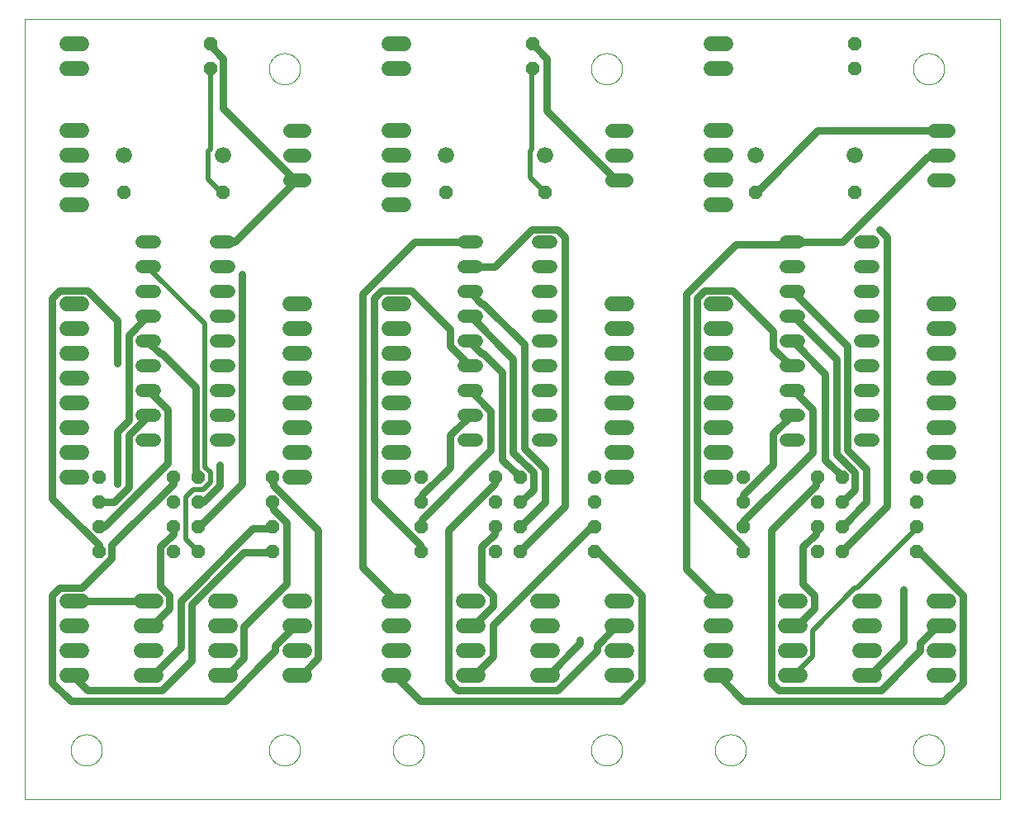
<source format=gbl>
G75*
%MOIN*%
%OFA0B0*%
%FSLAX25Y25*%
%IPPOS*%
%LPD*%
%AMOC8*
5,1,8,0,0,1.08239X$1,22.5*
%
%ADD10C,0.00000*%
%ADD11C,0.06600*%
%ADD12C,0.06000*%
%ADD13OC8,0.05200*%
%ADD14C,0.05200*%
%ADD15C,0.05600*%
%ADD16C,0.02000*%
%ADD17C,0.03000*%
%ADD18C,0.02381*%
D10*
X0001000Y0003000D02*
X0001000Y0317961D01*
X0394701Y0317961D01*
X0394701Y0003000D01*
X0001000Y0003000D01*
X0019701Y0023000D02*
X0019703Y0023158D01*
X0019709Y0023316D01*
X0019719Y0023474D01*
X0019733Y0023632D01*
X0019751Y0023789D01*
X0019772Y0023946D01*
X0019798Y0024102D01*
X0019828Y0024258D01*
X0019861Y0024413D01*
X0019899Y0024566D01*
X0019940Y0024719D01*
X0019985Y0024871D01*
X0020034Y0025022D01*
X0020087Y0025171D01*
X0020143Y0025319D01*
X0020203Y0025465D01*
X0020267Y0025610D01*
X0020335Y0025753D01*
X0020406Y0025895D01*
X0020480Y0026035D01*
X0020558Y0026172D01*
X0020640Y0026308D01*
X0020724Y0026442D01*
X0020813Y0026573D01*
X0020904Y0026702D01*
X0020999Y0026829D01*
X0021096Y0026954D01*
X0021197Y0027076D01*
X0021301Y0027195D01*
X0021408Y0027312D01*
X0021518Y0027426D01*
X0021631Y0027537D01*
X0021746Y0027646D01*
X0021864Y0027751D01*
X0021985Y0027853D01*
X0022108Y0027953D01*
X0022234Y0028049D01*
X0022362Y0028142D01*
X0022492Y0028232D01*
X0022625Y0028318D01*
X0022760Y0028402D01*
X0022896Y0028481D01*
X0023035Y0028558D01*
X0023176Y0028630D01*
X0023318Y0028700D01*
X0023462Y0028765D01*
X0023608Y0028827D01*
X0023755Y0028885D01*
X0023904Y0028940D01*
X0024054Y0028991D01*
X0024205Y0029038D01*
X0024357Y0029081D01*
X0024510Y0029120D01*
X0024665Y0029156D01*
X0024820Y0029187D01*
X0024976Y0029215D01*
X0025132Y0029239D01*
X0025289Y0029259D01*
X0025447Y0029275D01*
X0025604Y0029287D01*
X0025763Y0029295D01*
X0025921Y0029299D01*
X0026079Y0029299D01*
X0026237Y0029295D01*
X0026396Y0029287D01*
X0026553Y0029275D01*
X0026711Y0029259D01*
X0026868Y0029239D01*
X0027024Y0029215D01*
X0027180Y0029187D01*
X0027335Y0029156D01*
X0027490Y0029120D01*
X0027643Y0029081D01*
X0027795Y0029038D01*
X0027946Y0028991D01*
X0028096Y0028940D01*
X0028245Y0028885D01*
X0028392Y0028827D01*
X0028538Y0028765D01*
X0028682Y0028700D01*
X0028824Y0028630D01*
X0028965Y0028558D01*
X0029104Y0028481D01*
X0029240Y0028402D01*
X0029375Y0028318D01*
X0029508Y0028232D01*
X0029638Y0028142D01*
X0029766Y0028049D01*
X0029892Y0027953D01*
X0030015Y0027853D01*
X0030136Y0027751D01*
X0030254Y0027646D01*
X0030369Y0027537D01*
X0030482Y0027426D01*
X0030592Y0027312D01*
X0030699Y0027195D01*
X0030803Y0027076D01*
X0030904Y0026954D01*
X0031001Y0026829D01*
X0031096Y0026702D01*
X0031187Y0026573D01*
X0031276Y0026442D01*
X0031360Y0026308D01*
X0031442Y0026172D01*
X0031520Y0026035D01*
X0031594Y0025895D01*
X0031665Y0025753D01*
X0031733Y0025610D01*
X0031797Y0025465D01*
X0031857Y0025319D01*
X0031913Y0025171D01*
X0031966Y0025022D01*
X0032015Y0024871D01*
X0032060Y0024719D01*
X0032101Y0024566D01*
X0032139Y0024413D01*
X0032172Y0024258D01*
X0032202Y0024102D01*
X0032228Y0023946D01*
X0032249Y0023789D01*
X0032267Y0023632D01*
X0032281Y0023474D01*
X0032291Y0023316D01*
X0032297Y0023158D01*
X0032299Y0023000D01*
X0032297Y0022842D01*
X0032291Y0022684D01*
X0032281Y0022526D01*
X0032267Y0022368D01*
X0032249Y0022211D01*
X0032228Y0022054D01*
X0032202Y0021898D01*
X0032172Y0021742D01*
X0032139Y0021587D01*
X0032101Y0021434D01*
X0032060Y0021281D01*
X0032015Y0021129D01*
X0031966Y0020978D01*
X0031913Y0020829D01*
X0031857Y0020681D01*
X0031797Y0020535D01*
X0031733Y0020390D01*
X0031665Y0020247D01*
X0031594Y0020105D01*
X0031520Y0019965D01*
X0031442Y0019828D01*
X0031360Y0019692D01*
X0031276Y0019558D01*
X0031187Y0019427D01*
X0031096Y0019298D01*
X0031001Y0019171D01*
X0030904Y0019046D01*
X0030803Y0018924D01*
X0030699Y0018805D01*
X0030592Y0018688D01*
X0030482Y0018574D01*
X0030369Y0018463D01*
X0030254Y0018354D01*
X0030136Y0018249D01*
X0030015Y0018147D01*
X0029892Y0018047D01*
X0029766Y0017951D01*
X0029638Y0017858D01*
X0029508Y0017768D01*
X0029375Y0017682D01*
X0029240Y0017598D01*
X0029104Y0017519D01*
X0028965Y0017442D01*
X0028824Y0017370D01*
X0028682Y0017300D01*
X0028538Y0017235D01*
X0028392Y0017173D01*
X0028245Y0017115D01*
X0028096Y0017060D01*
X0027946Y0017009D01*
X0027795Y0016962D01*
X0027643Y0016919D01*
X0027490Y0016880D01*
X0027335Y0016844D01*
X0027180Y0016813D01*
X0027024Y0016785D01*
X0026868Y0016761D01*
X0026711Y0016741D01*
X0026553Y0016725D01*
X0026396Y0016713D01*
X0026237Y0016705D01*
X0026079Y0016701D01*
X0025921Y0016701D01*
X0025763Y0016705D01*
X0025604Y0016713D01*
X0025447Y0016725D01*
X0025289Y0016741D01*
X0025132Y0016761D01*
X0024976Y0016785D01*
X0024820Y0016813D01*
X0024665Y0016844D01*
X0024510Y0016880D01*
X0024357Y0016919D01*
X0024205Y0016962D01*
X0024054Y0017009D01*
X0023904Y0017060D01*
X0023755Y0017115D01*
X0023608Y0017173D01*
X0023462Y0017235D01*
X0023318Y0017300D01*
X0023176Y0017370D01*
X0023035Y0017442D01*
X0022896Y0017519D01*
X0022760Y0017598D01*
X0022625Y0017682D01*
X0022492Y0017768D01*
X0022362Y0017858D01*
X0022234Y0017951D01*
X0022108Y0018047D01*
X0021985Y0018147D01*
X0021864Y0018249D01*
X0021746Y0018354D01*
X0021631Y0018463D01*
X0021518Y0018574D01*
X0021408Y0018688D01*
X0021301Y0018805D01*
X0021197Y0018924D01*
X0021096Y0019046D01*
X0020999Y0019171D01*
X0020904Y0019298D01*
X0020813Y0019427D01*
X0020724Y0019558D01*
X0020640Y0019692D01*
X0020558Y0019828D01*
X0020480Y0019965D01*
X0020406Y0020105D01*
X0020335Y0020247D01*
X0020267Y0020390D01*
X0020203Y0020535D01*
X0020143Y0020681D01*
X0020087Y0020829D01*
X0020034Y0020978D01*
X0019985Y0021129D01*
X0019940Y0021281D01*
X0019899Y0021434D01*
X0019861Y0021587D01*
X0019828Y0021742D01*
X0019798Y0021898D01*
X0019772Y0022054D01*
X0019751Y0022211D01*
X0019733Y0022368D01*
X0019719Y0022526D01*
X0019709Y0022684D01*
X0019703Y0022842D01*
X0019701Y0023000D01*
X0099701Y0023000D02*
X0099703Y0023158D01*
X0099709Y0023316D01*
X0099719Y0023474D01*
X0099733Y0023632D01*
X0099751Y0023789D01*
X0099772Y0023946D01*
X0099798Y0024102D01*
X0099828Y0024258D01*
X0099861Y0024413D01*
X0099899Y0024566D01*
X0099940Y0024719D01*
X0099985Y0024871D01*
X0100034Y0025022D01*
X0100087Y0025171D01*
X0100143Y0025319D01*
X0100203Y0025465D01*
X0100267Y0025610D01*
X0100335Y0025753D01*
X0100406Y0025895D01*
X0100480Y0026035D01*
X0100558Y0026172D01*
X0100640Y0026308D01*
X0100724Y0026442D01*
X0100813Y0026573D01*
X0100904Y0026702D01*
X0100999Y0026829D01*
X0101096Y0026954D01*
X0101197Y0027076D01*
X0101301Y0027195D01*
X0101408Y0027312D01*
X0101518Y0027426D01*
X0101631Y0027537D01*
X0101746Y0027646D01*
X0101864Y0027751D01*
X0101985Y0027853D01*
X0102108Y0027953D01*
X0102234Y0028049D01*
X0102362Y0028142D01*
X0102492Y0028232D01*
X0102625Y0028318D01*
X0102760Y0028402D01*
X0102896Y0028481D01*
X0103035Y0028558D01*
X0103176Y0028630D01*
X0103318Y0028700D01*
X0103462Y0028765D01*
X0103608Y0028827D01*
X0103755Y0028885D01*
X0103904Y0028940D01*
X0104054Y0028991D01*
X0104205Y0029038D01*
X0104357Y0029081D01*
X0104510Y0029120D01*
X0104665Y0029156D01*
X0104820Y0029187D01*
X0104976Y0029215D01*
X0105132Y0029239D01*
X0105289Y0029259D01*
X0105447Y0029275D01*
X0105604Y0029287D01*
X0105763Y0029295D01*
X0105921Y0029299D01*
X0106079Y0029299D01*
X0106237Y0029295D01*
X0106396Y0029287D01*
X0106553Y0029275D01*
X0106711Y0029259D01*
X0106868Y0029239D01*
X0107024Y0029215D01*
X0107180Y0029187D01*
X0107335Y0029156D01*
X0107490Y0029120D01*
X0107643Y0029081D01*
X0107795Y0029038D01*
X0107946Y0028991D01*
X0108096Y0028940D01*
X0108245Y0028885D01*
X0108392Y0028827D01*
X0108538Y0028765D01*
X0108682Y0028700D01*
X0108824Y0028630D01*
X0108965Y0028558D01*
X0109104Y0028481D01*
X0109240Y0028402D01*
X0109375Y0028318D01*
X0109508Y0028232D01*
X0109638Y0028142D01*
X0109766Y0028049D01*
X0109892Y0027953D01*
X0110015Y0027853D01*
X0110136Y0027751D01*
X0110254Y0027646D01*
X0110369Y0027537D01*
X0110482Y0027426D01*
X0110592Y0027312D01*
X0110699Y0027195D01*
X0110803Y0027076D01*
X0110904Y0026954D01*
X0111001Y0026829D01*
X0111096Y0026702D01*
X0111187Y0026573D01*
X0111276Y0026442D01*
X0111360Y0026308D01*
X0111442Y0026172D01*
X0111520Y0026035D01*
X0111594Y0025895D01*
X0111665Y0025753D01*
X0111733Y0025610D01*
X0111797Y0025465D01*
X0111857Y0025319D01*
X0111913Y0025171D01*
X0111966Y0025022D01*
X0112015Y0024871D01*
X0112060Y0024719D01*
X0112101Y0024566D01*
X0112139Y0024413D01*
X0112172Y0024258D01*
X0112202Y0024102D01*
X0112228Y0023946D01*
X0112249Y0023789D01*
X0112267Y0023632D01*
X0112281Y0023474D01*
X0112291Y0023316D01*
X0112297Y0023158D01*
X0112299Y0023000D01*
X0112297Y0022842D01*
X0112291Y0022684D01*
X0112281Y0022526D01*
X0112267Y0022368D01*
X0112249Y0022211D01*
X0112228Y0022054D01*
X0112202Y0021898D01*
X0112172Y0021742D01*
X0112139Y0021587D01*
X0112101Y0021434D01*
X0112060Y0021281D01*
X0112015Y0021129D01*
X0111966Y0020978D01*
X0111913Y0020829D01*
X0111857Y0020681D01*
X0111797Y0020535D01*
X0111733Y0020390D01*
X0111665Y0020247D01*
X0111594Y0020105D01*
X0111520Y0019965D01*
X0111442Y0019828D01*
X0111360Y0019692D01*
X0111276Y0019558D01*
X0111187Y0019427D01*
X0111096Y0019298D01*
X0111001Y0019171D01*
X0110904Y0019046D01*
X0110803Y0018924D01*
X0110699Y0018805D01*
X0110592Y0018688D01*
X0110482Y0018574D01*
X0110369Y0018463D01*
X0110254Y0018354D01*
X0110136Y0018249D01*
X0110015Y0018147D01*
X0109892Y0018047D01*
X0109766Y0017951D01*
X0109638Y0017858D01*
X0109508Y0017768D01*
X0109375Y0017682D01*
X0109240Y0017598D01*
X0109104Y0017519D01*
X0108965Y0017442D01*
X0108824Y0017370D01*
X0108682Y0017300D01*
X0108538Y0017235D01*
X0108392Y0017173D01*
X0108245Y0017115D01*
X0108096Y0017060D01*
X0107946Y0017009D01*
X0107795Y0016962D01*
X0107643Y0016919D01*
X0107490Y0016880D01*
X0107335Y0016844D01*
X0107180Y0016813D01*
X0107024Y0016785D01*
X0106868Y0016761D01*
X0106711Y0016741D01*
X0106553Y0016725D01*
X0106396Y0016713D01*
X0106237Y0016705D01*
X0106079Y0016701D01*
X0105921Y0016701D01*
X0105763Y0016705D01*
X0105604Y0016713D01*
X0105447Y0016725D01*
X0105289Y0016741D01*
X0105132Y0016761D01*
X0104976Y0016785D01*
X0104820Y0016813D01*
X0104665Y0016844D01*
X0104510Y0016880D01*
X0104357Y0016919D01*
X0104205Y0016962D01*
X0104054Y0017009D01*
X0103904Y0017060D01*
X0103755Y0017115D01*
X0103608Y0017173D01*
X0103462Y0017235D01*
X0103318Y0017300D01*
X0103176Y0017370D01*
X0103035Y0017442D01*
X0102896Y0017519D01*
X0102760Y0017598D01*
X0102625Y0017682D01*
X0102492Y0017768D01*
X0102362Y0017858D01*
X0102234Y0017951D01*
X0102108Y0018047D01*
X0101985Y0018147D01*
X0101864Y0018249D01*
X0101746Y0018354D01*
X0101631Y0018463D01*
X0101518Y0018574D01*
X0101408Y0018688D01*
X0101301Y0018805D01*
X0101197Y0018924D01*
X0101096Y0019046D01*
X0100999Y0019171D01*
X0100904Y0019298D01*
X0100813Y0019427D01*
X0100724Y0019558D01*
X0100640Y0019692D01*
X0100558Y0019828D01*
X0100480Y0019965D01*
X0100406Y0020105D01*
X0100335Y0020247D01*
X0100267Y0020390D01*
X0100203Y0020535D01*
X0100143Y0020681D01*
X0100087Y0020829D01*
X0100034Y0020978D01*
X0099985Y0021129D01*
X0099940Y0021281D01*
X0099899Y0021434D01*
X0099861Y0021587D01*
X0099828Y0021742D01*
X0099798Y0021898D01*
X0099772Y0022054D01*
X0099751Y0022211D01*
X0099733Y0022368D01*
X0099719Y0022526D01*
X0099709Y0022684D01*
X0099703Y0022842D01*
X0099701Y0023000D01*
X0149701Y0023000D02*
X0149703Y0023158D01*
X0149709Y0023316D01*
X0149719Y0023474D01*
X0149733Y0023632D01*
X0149751Y0023789D01*
X0149772Y0023946D01*
X0149798Y0024102D01*
X0149828Y0024258D01*
X0149861Y0024413D01*
X0149899Y0024566D01*
X0149940Y0024719D01*
X0149985Y0024871D01*
X0150034Y0025022D01*
X0150087Y0025171D01*
X0150143Y0025319D01*
X0150203Y0025465D01*
X0150267Y0025610D01*
X0150335Y0025753D01*
X0150406Y0025895D01*
X0150480Y0026035D01*
X0150558Y0026172D01*
X0150640Y0026308D01*
X0150724Y0026442D01*
X0150813Y0026573D01*
X0150904Y0026702D01*
X0150999Y0026829D01*
X0151096Y0026954D01*
X0151197Y0027076D01*
X0151301Y0027195D01*
X0151408Y0027312D01*
X0151518Y0027426D01*
X0151631Y0027537D01*
X0151746Y0027646D01*
X0151864Y0027751D01*
X0151985Y0027853D01*
X0152108Y0027953D01*
X0152234Y0028049D01*
X0152362Y0028142D01*
X0152492Y0028232D01*
X0152625Y0028318D01*
X0152760Y0028402D01*
X0152896Y0028481D01*
X0153035Y0028558D01*
X0153176Y0028630D01*
X0153318Y0028700D01*
X0153462Y0028765D01*
X0153608Y0028827D01*
X0153755Y0028885D01*
X0153904Y0028940D01*
X0154054Y0028991D01*
X0154205Y0029038D01*
X0154357Y0029081D01*
X0154510Y0029120D01*
X0154665Y0029156D01*
X0154820Y0029187D01*
X0154976Y0029215D01*
X0155132Y0029239D01*
X0155289Y0029259D01*
X0155447Y0029275D01*
X0155604Y0029287D01*
X0155763Y0029295D01*
X0155921Y0029299D01*
X0156079Y0029299D01*
X0156237Y0029295D01*
X0156396Y0029287D01*
X0156553Y0029275D01*
X0156711Y0029259D01*
X0156868Y0029239D01*
X0157024Y0029215D01*
X0157180Y0029187D01*
X0157335Y0029156D01*
X0157490Y0029120D01*
X0157643Y0029081D01*
X0157795Y0029038D01*
X0157946Y0028991D01*
X0158096Y0028940D01*
X0158245Y0028885D01*
X0158392Y0028827D01*
X0158538Y0028765D01*
X0158682Y0028700D01*
X0158824Y0028630D01*
X0158965Y0028558D01*
X0159104Y0028481D01*
X0159240Y0028402D01*
X0159375Y0028318D01*
X0159508Y0028232D01*
X0159638Y0028142D01*
X0159766Y0028049D01*
X0159892Y0027953D01*
X0160015Y0027853D01*
X0160136Y0027751D01*
X0160254Y0027646D01*
X0160369Y0027537D01*
X0160482Y0027426D01*
X0160592Y0027312D01*
X0160699Y0027195D01*
X0160803Y0027076D01*
X0160904Y0026954D01*
X0161001Y0026829D01*
X0161096Y0026702D01*
X0161187Y0026573D01*
X0161276Y0026442D01*
X0161360Y0026308D01*
X0161442Y0026172D01*
X0161520Y0026035D01*
X0161594Y0025895D01*
X0161665Y0025753D01*
X0161733Y0025610D01*
X0161797Y0025465D01*
X0161857Y0025319D01*
X0161913Y0025171D01*
X0161966Y0025022D01*
X0162015Y0024871D01*
X0162060Y0024719D01*
X0162101Y0024566D01*
X0162139Y0024413D01*
X0162172Y0024258D01*
X0162202Y0024102D01*
X0162228Y0023946D01*
X0162249Y0023789D01*
X0162267Y0023632D01*
X0162281Y0023474D01*
X0162291Y0023316D01*
X0162297Y0023158D01*
X0162299Y0023000D01*
X0162297Y0022842D01*
X0162291Y0022684D01*
X0162281Y0022526D01*
X0162267Y0022368D01*
X0162249Y0022211D01*
X0162228Y0022054D01*
X0162202Y0021898D01*
X0162172Y0021742D01*
X0162139Y0021587D01*
X0162101Y0021434D01*
X0162060Y0021281D01*
X0162015Y0021129D01*
X0161966Y0020978D01*
X0161913Y0020829D01*
X0161857Y0020681D01*
X0161797Y0020535D01*
X0161733Y0020390D01*
X0161665Y0020247D01*
X0161594Y0020105D01*
X0161520Y0019965D01*
X0161442Y0019828D01*
X0161360Y0019692D01*
X0161276Y0019558D01*
X0161187Y0019427D01*
X0161096Y0019298D01*
X0161001Y0019171D01*
X0160904Y0019046D01*
X0160803Y0018924D01*
X0160699Y0018805D01*
X0160592Y0018688D01*
X0160482Y0018574D01*
X0160369Y0018463D01*
X0160254Y0018354D01*
X0160136Y0018249D01*
X0160015Y0018147D01*
X0159892Y0018047D01*
X0159766Y0017951D01*
X0159638Y0017858D01*
X0159508Y0017768D01*
X0159375Y0017682D01*
X0159240Y0017598D01*
X0159104Y0017519D01*
X0158965Y0017442D01*
X0158824Y0017370D01*
X0158682Y0017300D01*
X0158538Y0017235D01*
X0158392Y0017173D01*
X0158245Y0017115D01*
X0158096Y0017060D01*
X0157946Y0017009D01*
X0157795Y0016962D01*
X0157643Y0016919D01*
X0157490Y0016880D01*
X0157335Y0016844D01*
X0157180Y0016813D01*
X0157024Y0016785D01*
X0156868Y0016761D01*
X0156711Y0016741D01*
X0156553Y0016725D01*
X0156396Y0016713D01*
X0156237Y0016705D01*
X0156079Y0016701D01*
X0155921Y0016701D01*
X0155763Y0016705D01*
X0155604Y0016713D01*
X0155447Y0016725D01*
X0155289Y0016741D01*
X0155132Y0016761D01*
X0154976Y0016785D01*
X0154820Y0016813D01*
X0154665Y0016844D01*
X0154510Y0016880D01*
X0154357Y0016919D01*
X0154205Y0016962D01*
X0154054Y0017009D01*
X0153904Y0017060D01*
X0153755Y0017115D01*
X0153608Y0017173D01*
X0153462Y0017235D01*
X0153318Y0017300D01*
X0153176Y0017370D01*
X0153035Y0017442D01*
X0152896Y0017519D01*
X0152760Y0017598D01*
X0152625Y0017682D01*
X0152492Y0017768D01*
X0152362Y0017858D01*
X0152234Y0017951D01*
X0152108Y0018047D01*
X0151985Y0018147D01*
X0151864Y0018249D01*
X0151746Y0018354D01*
X0151631Y0018463D01*
X0151518Y0018574D01*
X0151408Y0018688D01*
X0151301Y0018805D01*
X0151197Y0018924D01*
X0151096Y0019046D01*
X0150999Y0019171D01*
X0150904Y0019298D01*
X0150813Y0019427D01*
X0150724Y0019558D01*
X0150640Y0019692D01*
X0150558Y0019828D01*
X0150480Y0019965D01*
X0150406Y0020105D01*
X0150335Y0020247D01*
X0150267Y0020390D01*
X0150203Y0020535D01*
X0150143Y0020681D01*
X0150087Y0020829D01*
X0150034Y0020978D01*
X0149985Y0021129D01*
X0149940Y0021281D01*
X0149899Y0021434D01*
X0149861Y0021587D01*
X0149828Y0021742D01*
X0149798Y0021898D01*
X0149772Y0022054D01*
X0149751Y0022211D01*
X0149733Y0022368D01*
X0149719Y0022526D01*
X0149709Y0022684D01*
X0149703Y0022842D01*
X0149701Y0023000D01*
X0229701Y0023000D02*
X0229703Y0023158D01*
X0229709Y0023316D01*
X0229719Y0023474D01*
X0229733Y0023632D01*
X0229751Y0023789D01*
X0229772Y0023946D01*
X0229798Y0024102D01*
X0229828Y0024258D01*
X0229861Y0024413D01*
X0229899Y0024566D01*
X0229940Y0024719D01*
X0229985Y0024871D01*
X0230034Y0025022D01*
X0230087Y0025171D01*
X0230143Y0025319D01*
X0230203Y0025465D01*
X0230267Y0025610D01*
X0230335Y0025753D01*
X0230406Y0025895D01*
X0230480Y0026035D01*
X0230558Y0026172D01*
X0230640Y0026308D01*
X0230724Y0026442D01*
X0230813Y0026573D01*
X0230904Y0026702D01*
X0230999Y0026829D01*
X0231096Y0026954D01*
X0231197Y0027076D01*
X0231301Y0027195D01*
X0231408Y0027312D01*
X0231518Y0027426D01*
X0231631Y0027537D01*
X0231746Y0027646D01*
X0231864Y0027751D01*
X0231985Y0027853D01*
X0232108Y0027953D01*
X0232234Y0028049D01*
X0232362Y0028142D01*
X0232492Y0028232D01*
X0232625Y0028318D01*
X0232760Y0028402D01*
X0232896Y0028481D01*
X0233035Y0028558D01*
X0233176Y0028630D01*
X0233318Y0028700D01*
X0233462Y0028765D01*
X0233608Y0028827D01*
X0233755Y0028885D01*
X0233904Y0028940D01*
X0234054Y0028991D01*
X0234205Y0029038D01*
X0234357Y0029081D01*
X0234510Y0029120D01*
X0234665Y0029156D01*
X0234820Y0029187D01*
X0234976Y0029215D01*
X0235132Y0029239D01*
X0235289Y0029259D01*
X0235447Y0029275D01*
X0235604Y0029287D01*
X0235763Y0029295D01*
X0235921Y0029299D01*
X0236079Y0029299D01*
X0236237Y0029295D01*
X0236396Y0029287D01*
X0236553Y0029275D01*
X0236711Y0029259D01*
X0236868Y0029239D01*
X0237024Y0029215D01*
X0237180Y0029187D01*
X0237335Y0029156D01*
X0237490Y0029120D01*
X0237643Y0029081D01*
X0237795Y0029038D01*
X0237946Y0028991D01*
X0238096Y0028940D01*
X0238245Y0028885D01*
X0238392Y0028827D01*
X0238538Y0028765D01*
X0238682Y0028700D01*
X0238824Y0028630D01*
X0238965Y0028558D01*
X0239104Y0028481D01*
X0239240Y0028402D01*
X0239375Y0028318D01*
X0239508Y0028232D01*
X0239638Y0028142D01*
X0239766Y0028049D01*
X0239892Y0027953D01*
X0240015Y0027853D01*
X0240136Y0027751D01*
X0240254Y0027646D01*
X0240369Y0027537D01*
X0240482Y0027426D01*
X0240592Y0027312D01*
X0240699Y0027195D01*
X0240803Y0027076D01*
X0240904Y0026954D01*
X0241001Y0026829D01*
X0241096Y0026702D01*
X0241187Y0026573D01*
X0241276Y0026442D01*
X0241360Y0026308D01*
X0241442Y0026172D01*
X0241520Y0026035D01*
X0241594Y0025895D01*
X0241665Y0025753D01*
X0241733Y0025610D01*
X0241797Y0025465D01*
X0241857Y0025319D01*
X0241913Y0025171D01*
X0241966Y0025022D01*
X0242015Y0024871D01*
X0242060Y0024719D01*
X0242101Y0024566D01*
X0242139Y0024413D01*
X0242172Y0024258D01*
X0242202Y0024102D01*
X0242228Y0023946D01*
X0242249Y0023789D01*
X0242267Y0023632D01*
X0242281Y0023474D01*
X0242291Y0023316D01*
X0242297Y0023158D01*
X0242299Y0023000D01*
X0242297Y0022842D01*
X0242291Y0022684D01*
X0242281Y0022526D01*
X0242267Y0022368D01*
X0242249Y0022211D01*
X0242228Y0022054D01*
X0242202Y0021898D01*
X0242172Y0021742D01*
X0242139Y0021587D01*
X0242101Y0021434D01*
X0242060Y0021281D01*
X0242015Y0021129D01*
X0241966Y0020978D01*
X0241913Y0020829D01*
X0241857Y0020681D01*
X0241797Y0020535D01*
X0241733Y0020390D01*
X0241665Y0020247D01*
X0241594Y0020105D01*
X0241520Y0019965D01*
X0241442Y0019828D01*
X0241360Y0019692D01*
X0241276Y0019558D01*
X0241187Y0019427D01*
X0241096Y0019298D01*
X0241001Y0019171D01*
X0240904Y0019046D01*
X0240803Y0018924D01*
X0240699Y0018805D01*
X0240592Y0018688D01*
X0240482Y0018574D01*
X0240369Y0018463D01*
X0240254Y0018354D01*
X0240136Y0018249D01*
X0240015Y0018147D01*
X0239892Y0018047D01*
X0239766Y0017951D01*
X0239638Y0017858D01*
X0239508Y0017768D01*
X0239375Y0017682D01*
X0239240Y0017598D01*
X0239104Y0017519D01*
X0238965Y0017442D01*
X0238824Y0017370D01*
X0238682Y0017300D01*
X0238538Y0017235D01*
X0238392Y0017173D01*
X0238245Y0017115D01*
X0238096Y0017060D01*
X0237946Y0017009D01*
X0237795Y0016962D01*
X0237643Y0016919D01*
X0237490Y0016880D01*
X0237335Y0016844D01*
X0237180Y0016813D01*
X0237024Y0016785D01*
X0236868Y0016761D01*
X0236711Y0016741D01*
X0236553Y0016725D01*
X0236396Y0016713D01*
X0236237Y0016705D01*
X0236079Y0016701D01*
X0235921Y0016701D01*
X0235763Y0016705D01*
X0235604Y0016713D01*
X0235447Y0016725D01*
X0235289Y0016741D01*
X0235132Y0016761D01*
X0234976Y0016785D01*
X0234820Y0016813D01*
X0234665Y0016844D01*
X0234510Y0016880D01*
X0234357Y0016919D01*
X0234205Y0016962D01*
X0234054Y0017009D01*
X0233904Y0017060D01*
X0233755Y0017115D01*
X0233608Y0017173D01*
X0233462Y0017235D01*
X0233318Y0017300D01*
X0233176Y0017370D01*
X0233035Y0017442D01*
X0232896Y0017519D01*
X0232760Y0017598D01*
X0232625Y0017682D01*
X0232492Y0017768D01*
X0232362Y0017858D01*
X0232234Y0017951D01*
X0232108Y0018047D01*
X0231985Y0018147D01*
X0231864Y0018249D01*
X0231746Y0018354D01*
X0231631Y0018463D01*
X0231518Y0018574D01*
X0231408Y0018688D01*
X0231301Y0018805D01*
X0231197Y0018924D01*
X0231096Y0019046D01*
X0230999Y0019171D01*
X0230904Y0019298D01*
X0230813Y0019427D01*
X0230724Y0019558D01*
X0230640Y0019692D01*
X0230558Y0019828D01*
X0230480Y0019965D01*
X0230406Y0020105D01*
X0230335Y0020247D01*
X0230267Y0020390D01*
X0230203Y0020535D01*
X0230143Y0020681D01*
X0230087Y0020829D01*
X0230034Y0020978D01*
X0229985Y0021129D01*
X0229940Y0021281D01*
X0229899Y0021434D01*
X0229861Y0021587D01*
X0229828Y0021742D01*
X0229798Y0021898D01*
X0229772Y0022054D01*
X0229751Y0022211D01*
X0229733Y0022368D01*
X0229719Y0022526D01*
X0229709Y0022684D01*
X0229703Y0022842D01*
X0229701Y0023000D01*
X0279701Y0023000D02*
X0279703Y0023158D01*
X0279709Y0023316D01*
X0279719Y0023474D01*
X0279733Y0023632D01*
X0279751Y0023789D01*
X0279772Y0023946D01*
X0279798Y0024102D01*
X0279828Y0024258D01*
X0279861Y0024413D01*
X0279899Y0024566D01*
X0279940Y0024719D01*
X0279985Y0024871D01*
X0280034Y0025022D01*
X0280087Y0025171D01*
X0280143Y0025319D01*
X0280203Y0025465D01*
X0280267Y0025610D01*
X0280335Y0025753D01*
X0280406Y0025895D01*
X0280480Y0026035D01*
X0280558Y0026172D01*
X0280640Y0026308D01*
X0280724Y0026442D01*
X0280813Y0026573D01*
X0280904Y0026702D01*
X0280999Y0026829D01*
X0281096Y0026954D01*
X0281197Y0027076D01*
X0281301Y0027195D01*
X0281408Y0027312D01*
X0281518Y0027426D01*
X0281631Y0027537D01*
X0281746Y0027646D01*
X0281864Y0027751D01*
X0281985Y0027853D01*
X0282108Y0027953D01*
X0282234Y0028049D01*
X0282362Y0028142D01*
X0282492Y0028232D01*
X0282625Y0028318D01*
X0282760Y0028402D01*
X0282896Y0028481D01*
X0283035Y0028558D01*
X0283176Y0028630D01*
X0283318Y0028700D01*
X0283462Y0028765D01*
X0283608Y0028827D01*
X0283755Y0028885D01*
X0283904Y0028940D01*
X0284054Y0028991D01*
X0284205Y0029038D01*
X0284357Y0029081D01*
X0284510Y0029120D01*
X0284665Y0029156D01*
X0284820Y0029187D01*
X0284976Y0029215D01*
X0285132Y0029239D01*
X0285289Y0029259D01*
X0285447Y0029275D01*
X0285604Y0029287D01*
X0285763Y0029295D01*
X0285921Y0029299D01*
X0286079Y0029299D01*
X0286237Y0029295D01*
X0286396Y0029287D01*
X0286553Y0029275D01*
X0286711Y0029259D01*
X0286868Y0029239D01*
X0287024Y0029215D01*
X0287180Y0029187D01*
X0287335Y0029156D01*
X0287490Y0029120D01*
X0287643Y0029081D01*
X0287795Y0029038D01*
X0287946Y0028991D01*
X0288096Y0028940D01*
X0288245Y0028885D01*
X0288392Y0028827D01*
X0288538Y0028765D01*
X0288682Y0028700D01*
X0288824Y0028630D01*
X0288965Y0028558D01*
X0289104Y0028481D01*
X0289240Y0028402D01*
X0289375Y0028318D01*
X0289508Y0028232D01*
X0289638Y0028142D01*
X0289766Y0028049D01*
X0289892Y0027953D01*
X0290015Y0027853D01*
X0290136Y0027751D01*
X0290254Y0027646D01*
X0290369Y0027537D01*
X0290482Y0027426D01*
X0290592Y0027312D01*
X0290699Y0027195D01*
X0290803Y0027076D01*
X0290904Y0026954D01*
X0291001Y0026829D01*
X0291096Y0026702D01*
X0291187Y0026573D01*
X0291276Y0026442D01*
X0291360Y0026308D01*
X0291442Y0026172D01*
X0291520Y0026035D01*
X0291594Y0025895D01*
X0291665Y0025753D01*
X0291733Y0025610D01*
X0291797Y0025465D01*
X0291857Y0025319D01*
X0291913Y0025171D01*
X0291966Y0025022D01*
X0292015Y0024871D01*
X0292060Y0024719D01*
X0292101Y0024566D01*
X0292139Y0024413D01*
X0292172Y0024258D01*
X0292202Y0024102D01*
X0292228Y0023946D01*
X0292249Y0023789D01*
X0292267Y0023632D01*
X0292281Y0023474D01*
X0292291Y0023316D01*
X0292297Y0023158D01*
X0292299Y0023000D01*
X0292297Y0022842D01*
X0292291Y0022684D01*
X0292281Y0022526D01*
X0292267Y0022368D01*
X0292249Y0022211D01*
X0292228Y0022054D01*
X0292202Y0021898D01*
X0292172Y0021742D01*
X0292139Y0021587D01*
X0292101Y0021434D01*
X0292060Y0021281D01*
X0292015Y0021129D01*
X0291966Y0020978D01*
X0291913Y0020829D01*
X0291857Y0020681D01*
X0291797Y0020535D01*
X0291733Y0020390D01*
X0291665Y0020247D01*
X0291594Y0020105D01*
X0291520Y0019965D01*
X0291442Y0019828D01*
X0291360Y0019692D01*
X0291276Y0019558D01*
X0291187Y0019427D01*
X0291096Y0019298D01*
X0291001Y0019171D01*
X0290904Y0019046D01*
X0290803Y0018924D01*
X0290699Y0018805D01*
X0290592Y0018688D01*
X0290482Y0018574D01*
X0290369Y0018463D01*
X0290254Y0018354D01*
X0290136Y0018249D01*
X0290015Y0018147D01*
X0289892Y0018047D01*
X0289766Y0017951D01*
X0289638Y0017858D01*
X0289508Y0017768D01*
X0289375Y0017682D01*
X0289240Y0017598D01*
X0289104Y0017519D01*
X0288965Y0017442D01*
X0288824Y0017370D01*
X0288682Y0017300D01*
X0288538Y0017235D01*
X0288392Y0017173D01*
X0288245Y0017115D01*
X0288096Y0017060D01*
X0287946Y0017009D01*
X0287795Y0016962D01*
X0287643Y0016919D01*
X0287490Y0016880D01*
X0287335Y0016844D01*
X0287180Y0016813D01*
X0287024Y0016785D01*
X0286868Y0016761D01*
X0286711Y0016741D01*
X0286553Y0016725D01*
X0286396Y0016713D01*
X0286237Y0016705D01*
X0286079Y0016701D01*
X0285921Y0016701D01*
X0285763Y0016705D01*
X0285604Y0016713D01*
X0285447Y0016725D01*
X0285289Y0016741D01*
X0285132Y0016761D01*
X0284976Y0016785D01*
X0284820Y0016813D01*
X0284665Y0016844D01*
X0284510Y0016880D01*
X0284357Y0016919D01*
X0284205Y0016962D01*
X0284054Y0017009D01*
X0283904Y0017060D01*
X0283755Y0017115D01*
X0283608Y0017173D01*
X0283462Y0017235D01*
X0283318Y0017300D01*
X0283176Y0017370D01*
X0283035Y0017442D01*
X0282896Y0017519D01*
X0282760Y0017598D01*
X0282625Y0017682D01*
X0282492Y0017768D01*
X0282362Y0017858D01*
X0282234Y0017951D01*
X0282108Y0018047D01*
X0281985Y0018147D01*
X0281864Y0018249D01*
X0281746Y0018354D01*
X0281631Y0018463D01*
X0281518Y0018574D01*
X0281408Y0018688D01*
X0281301Y0018805D01*
X0281197Y0018924D01*
X0281096Y0019046D01*
X0280999Y0019171D01*
X0280904Y0019298D01*
X0280813Y0019427D01*
X0280724Y0019558D01*
X0280640Y0019692D01*
X0280558Y0019828D01*
X0280480Y0019965D01*
X0280406Y0020105D01*
X0280335Y0020247D01*
X0280267Y0020390D01*
X0280203Y0020535D01*
X0280143Y0020681D01*
X0280087Y0020829D01*
X0280034Y0020978D01*
X0279985Y0021129D01*
X0279940Y0021281D01*
X0279899Y0021434D01*
X0279861Y0021587D01*
X0279828Y0021742D01*
X0279798Y0021898D01*
X0279772Y0022054D01*
X0279751Y0022211D01*
X0279733Y0022368D01*
X0279719Y0022526D01*
X0279709Y0022684D01*
X0279703Y0022842D01*
X0279701Y0023000D01*
X0359701Y0023000D02*
X0359703Y0023158D01*
X0359709Y0023316D01*
X0359719Y0023474D01*
X0359733Y0023632D01*
X0359751Y0023789D01*
X0359772Y0023946D01*
X0359798Y0024102D01*
X0359828Y0024258D01*
X0359861Y0024413D01*
X0359899Y0024566D01*
X0359940Y0024719D01*
X0359985Y0024871D01*
X0360034Y0025022D01*
X0360087Y0025171D01*
X0360143Y0025319D01*
X0360203Y0025465D01*
X0360267Y0025610D01*
X0360335Y0025753D01*
X0360406Y0025895D01*
X0360480Y0026035D01*
X0360558Y0026172D01*
X0360640Y0026308D01*
X0360724Y0026442D01*
X0360813Y0026573D01*
X0360904Y0026702D01*
X0360999Y0026829D01*
X0361096Y0026954D01*
X0361197Y0027076D01*
X0361301Y0027195D01*
X0361408Y0027312D01*
X0361518Y0027426D01*
X0361631Y0027537D01*
X0361746Y0027646D01*
X0361864Y0027751D01*
X0361985Y0027853D01*
X0362108Y0027953D01*
X0362234Y0028049D01*
X0362362Y0028142D01*
X0362492Y0028232D01*
X0362625Y0028318D01*
X0362760Y0028402D01*
X0362896Y0028481D01*
X0363035Y0028558D01*
X0363176Y0028630D01*
X0363318Y0028700D01*
X0363462Y0028765D01*
X0363608Y0028827D01*
X0363755Y0028885D01*
X0363904Y0028940D01*
X0364054Y0028991D01*
X0364205Y0029038D01*
X0364357Y0029081D01*
X0364510Y0029120D01*
X0364665Y0029156D01*
X0364820Y0029187D01*
X0364976Y0029215D01*
X0365132Y0029239D01*
X0365289Y0029259D01*
X0365447Y0029275D01*
X0365604Y0029287D01*
X0365763Y0029295D01*
X0365921Y0029299D01*
X0366079Y0029299D01*
X0366237Y0029295D01*
X0366396Y0029287D01*
X0366553Y0029275D01*
X0366711Y0029259D01*
X0366868Y0029239D01*
X0367024Y0029215D01*
X0367180Y0029187D01*
X0367335Y0029156D01*
X0367490Y0029120D01*
X0367643Y0029081D01*
X0367795Y0029038D01*
X0367946Y0028991D01*
X0368096Y0028940D01*
X0368245Y0028885D01*
X0368392Y0028827D01*
X0368538Y0028765D01*
X0368682Y0028700D01*
X0368824Y0028630D01*
X0368965Y0028558D01*
X0369104Y0028481D01*
X0369240Y0028402D01*
X0369375Y0028318D01*
X0369508Y0028232D01*
X0369638Y0028142D01*
X0369766Y0028049D01*
X0369892Y0027953D01*
X0370015Y0027853D01*
X0370136Y0027751D01*
X0370254Y0027646D01*
X0370369Y0027537D01*
X0370482Y0027426D01*
X0370592Y0027312D01*
X0370699Y0027195D01*
X0370803Y0027076D01*
X0370904Y0026954D01*
X0371001Y0026829D01*
X0371096Y0026702D01*
X0371187Y0026573D01*
X0371276Y0026442D01*
X0371360Y0026308D01*
X0371442Y0026172D01*
X0371520Y0026035D01*
X0371594Y0025895D01*
X0371665Y0025753D01*
X0371733Y0025610D01*
X0371797Y0025465D01*
X0371857Y0025319D01*
X0371913Y0025171D01*
X0371966Y0025022D01*
X0372015Y0024871D01*
X0372060Y0024719D01*
X0372101Y0024566D01*
X0372139Y0024413D01*
X0372172Y0024258D01*
X0372202Y0024102D01*
X0372228Y0023946D01*
X0372249Y0023789D01*
X0372267Y0023632D01*
X0372281Y0023474D01*
X0372291Y0023316D01*
X0372297Y0023158D01*
X0372299Y0023000D01*
X0372297Y0022842D01*
X0372291Y0022684D01*
X0372281Y0022526D01*
X0372267Y0022368D01*
X0372249Y0022211D01*
X0372228Y0022054D01*
X0372202Y0021898D01*
X0372172Y0021742D01*
X0372139Y0021587D01*
X0372101Y0021434D01*
X0372060Y0021281D01*
X0372015Y0021129D01*
X0371966Y0020978D01*
X0371913Y0020829D01*
X0371857Y0020681D01*
X0371797Y0020535D01*
X0371733Y0020390D01*
X0371665Y0020247D01*
X0371594Y0020105D01*
X0371520Y0019965D01*
X0371442Y0019828D01*
X0371360Y0019692D01*
X0371276Y0019558D01*
X0371187Y0019427D01*
X0371096Y0019298D01*
X0371001Y0019171D01*
X0370904Y0019046D01*
X0370803Y0018924D01*
X0370699Y0018805D01*
X0370592Y0018688D01*
X0370482Y0018574D01*
X0370369Y0018463D01*
X0370254Y0018354D01*
X0370136Y0018249D01*
X0370015Y0018147D01*
X0369892Y0018047D01*
X0369766Y0017951D01*
X0369638Y0017858D01*
X0369508Y0017768D01*
X0369375Y0017682D01*
X0369240Y0017598D01*
X0369104Y0017519D01*
X0368965Y0017442D01*
X0368824Y0017370D01*
X0368682Y0017300D01*
X0368538Y0017235D01*
X0368392Y0017173D01*
X0368245Y0017115D01*
X0368096Y0017060D01*
X0367946Y0017009D01*
X0367795Y0016962D01*
X0367643Y0016919D01*
X0367490Y0016880D01*
X0367335Y0016844D01*
X0367180Y0016813D01*
X0367024Y0016785D01*
X0366868Y0016761D01*
X0366711Y0016741D01*
X0366553Y0016725D01*
X0366396Y0016713D01*
X0366237Y0016705D01*
X0366079Y0016701D01*
X0365921Y0016701D01*
X0365763Y0016705D01*
X0365604Y0016713D01*
X0365447Y0016725D01*
X0365289Y0016741D01*
X0365132Y0016761D01*
X0364976Y0016785D01*
X0364820Y0016813D01*
X0364665Y0016844D01*
X0364510Y0016880D01*
X0364357Y0016919D01*
X0364205Y0016962D01*
X0364054Y0017009D01*
X0363904Y0017060D01*
X0363755Y0017115D01*
X0363608Y0017173D01*
X0363462Y0017235D01*
X0363318Y0017300D01*
X0363176Y0017370D01*
X0363035Y0017442D01*
X0362896Y0017519D01*
X0362760Y0017598D01*
X0362625Y0017682D01*
X0362492Y0017768D01*
X0362362Y0017858D01*
X0362234Y0017951D01*
X0362108Y0018047D01*
X0361985Y0018147D01*
X0361864Y0018249D01*
X0361746Y0018354D01*
X0361631Y0018463D01*
X0361518Y0018574D01*
X0361408Y0018688D01*
X0361301Y0018805D01*
X0361197Y0018924D01*
X0361096Y0019046D01*
X0360999Y0019171D01*
X0360904Y0019298D01*
X0360813Y0019427D01*
X0360724Y0019558D01*
X0360640Y0019692D01*
X0360558Y0019828D01*
X0360480Y0019965D01*
X0360406Y0020105D01*
X0360335Y0020247D01*
X0360267Y0020390D01*
X0360203Y0020535D01*
X0360143Y0020681D01*
X0360087Y0020829D01*
X0360034Y0020978D01*
X0359985Y0021129D01*
X0359940Y0021281D01*
X0359899Y0021434D01*
X0359861Y0021587D01*
X0359828Y0021742D01*
X0359798Y0021898D01*
X0359772Y0022054D01*
X0359751Y0022211D01*
X0359733Y0022368D01*
X0359719Y0022526D01*
X0359709Y0022684D01*
X0359703Y0022842D01*
X0359701Y0023000D01*
X0359701Y0298000D02*
X0359703Y0298158D01*
X0359709Y0298316D01*
X0359719Y0298474D01*
X0359733Y0298632D01*
X0359751Y0298789D01*
X0359772Y0298946D01*
X0359798Y0299102D01*
X0359828Y0299258D01*
X0359861Y0299413D01*
X0359899Y0299566D01*
X0359940Y0299719D01*
X0359985Y0299871D01*
X0360034Y0300022D01*
X0360087Y0300171D01*
X0360143Y0300319D01*
X0360203Y0300465D01*
X0360267Y0300610D01*
X0360335Y0300753D01*
X0360406Y0300895D01*
X0360480Y0301035D01*
X0360558Y0301172D01*
X0360640Y0301308D01*
X0360724Y0301442D01*
X0360813Y0301573D01*
X0360904Y0301702D01*
X0360999Y0301829D01*
X0361096Y0301954D01*
X0361197Y0302076D01*
X0361301Y0302195D01*
X0361408Y0302312D01*
X0361518Y0302426D01*
X0361631Y0302537D01*
X0361746Y0302646D01*
X0361864Y0302751D01*
X0361985Y0302853D01*
X0362108Y0302953D01*
X0362234Y0303049D01*
X0362362Y0303142D01*
X0362492Y0303232D01*
X0362625Y0303318D01*
X0362760Y0303402D01*
X0362896Y0303481D01*
X0363035Y0303558D01*
X0363176Y0303630D01*
X0363318Y0303700D01*
X0363462Y0303765D01*
X0363608Y0303827D01*
X0363755Y0303885D01*
X0363904Y0303940D01*
X0364054Y0303991D01*
X0364205Y0304038D01*
X0364357Y0304081D01*
X0364510Y0304120D01*
X0364665Y0304156D01*
X0364820Y0304187D01*
X0364976Y0304215D01*
X0365132Y0304239D01*
X0365289Y0304259D01*
X0365447Y0304275D01*
X0365604Y0304287D01*
X0365763Y0304295D01*
X0365921Y0304299D01*
X0366079Y0304299D01*
X0366237Y0304295D01*
X0366396Y0304287D01*
X0366553Y0304275D01*
X0366711Y0304259D01*
X0366868Y0304239D01*
X0367024Y0304215D01*
X0367180Y0304187D01*
X0367335Y0304156D01*
X0367490Y0304120D01*
X0367643Y0304081D01*
X0367795Y0304038D01*
X0367946Y0303991D01*
X0368096Y0303940D01*
X0368245Y0303885D01*
X0368392Y0303827D01*
X0368538Y0303765D01*
X0368682Y0303700D01*
X0368824Y0303630D01*
X0368965Y0303558D01*
X0369104Y0303481D01*
X0369240Y0303402D01*
X0369375Y0303318D01*
X0369508Y0303232D01*
X0369638Y0303142D01*
X0369766Y0303049D01*
X0369892Y0302953D01*
X0370015Y0302853D01*
X0370136Y0302751D01*
X0370254Y0302646D01*
X0370369Y0302537D01*
X0370482Y0302426D01*
X0370592Y0302312D01*
X0370699Y0302195D01*
X0370803Y0302076D01*
X0370904Y0301954D01*
X0371001Y0301829D01*
X0371096Y0301702D01*
X0371187Y0301573D01*
X0371276Y0301442D01*
X0371360Y0301308D01*
X0371442Y0301172D01*
X0371520Y0301035D01*
X0371594Y0300895D01*
X0371665Y0300753D01*
X0371733Y0300610D01*
X0371797Y0300465D01*
X0371857Y0300319D01*
X0371913Y0300171D01*
X0371966Y0300022D01*
X0372015Y0299871D01*
X0372060Y0299719D01*
X0372101Y0299566D01*
X0372139Y0299413D01*
X0372172Y0299258D01*
X0372202Y0299102D01*
X0372228Y0298946D01*
X0372249Y0298789D01*
X0372267Y0298632D01*
X0372281Y0298474D01*
X0372291Y0298316D01*
X0372297Y0298158D01*
X0372299Y0298000D01*
X0372297Y0297842D01*
X0372291Y0297684D01*
X0372281Y0297526D01*
X0372267Y0297368D01*
X0372249Y0297211D01*
X0372228Y0297054D01*
X0372202Y0296898D01*
X0372172Y0296742D01*
X0372139Y0296587D01*
X0372101Y0296434D01*
X0372060Y0296281D01*
X0372015Y0296129D01*
X0371966Y0295978D01*
X0371913Y0295829D01*
X0371857Y0295681D01*
X0371797Y0295535D01*
X0371733Y0295390D01*
X0371665Y0295247D01*
X0371594Y0295105D01*
X0371520Y0294965D01*
X0371442Y0294828D01*
X0371360Y0294692D01*
X0371276Y0294558D01*
X0371187Y0294427D01*
X0371096Y0294298D01*
X0371001Y0294171D01*
X0370904Y0294046D01*
X0370803Y0293924D01*
X0370699Y0293805D01*
X0370592Y0293688D01*
X0370482Y0293574D01*
X0370369Y0293463D01*
X0370254Y0293354D01*
X0370136Y0293249D01*
X0370015Y0293147D01*
X0369892Y0293047D01*
X0369766Y0292951D01*
X0369638Y0292858D01*
X0369508Y0292768D01*
X0369375Y0292682D01*
X0369240Y0292598D01*
X0369104Y0292519D01*
X0368965Y0292442D01*
X0368824Y0292370D01*
X0368682Y0292300D01*
X0368538Y0292235D01*
X0368392Y0292173D01*
X0368245Y0292115D01*
X0368096Y0292060D01*
X0367946Y0292009D01*
X0367795Y0291962D01*
X0367643Y0291919D01*
X0367490Y0291880D01*
X0367335Y0291844D01*
X0367180Y0291813D01*
X0367024Y0291785D01*
X0366868Y0291761D01*
X0366711Y0291741D01*
X0366553Y0291725D01*
X0366396Y0291713D01*
X0366237Y0291705D01*
X0366079Y0291701D01*
X0365921Y0291701D01*
X0365763Y0291705D01*
X0365604Y0291713D01*
X0365447Y0291725D01*
X0365289Y0291741D01*
X0365132Y0291761D01*
X0364976Y0291785D01*
X0364820Y0291813D01*
X0364665Y0291844D01*
X0364510Y0291880D01*
X0364357Y0291919D01*
X0364205Y0291962D01*
X0364054Y0292009D01*
X0363904Y0292060D01*
X0363755Y0292115D01*
X0363608Y0292173D01*
X0363462Y0292235D01*
X0363318Y0292300D01*
X0363176Y0292370D01*
X0363035Y0292442D01*
X0362896Y0292519D01*
X0362760Y0292598D01*
X0362625Y0292682D01*
X0362492Y0292768D01*
X0362362Y0292858D01*
X0362234Y0292951D01*
X0362108Y0293047D01*
X0361985Y0293147D01*
X0361864Y0293249D01*
X0361746Y0293354D01*
X0361631Y0293463D01*
X0361518Y0293574D01*
X0361408Y0293688D01*
X0361301Y0293805D01*
X0361197Y0293924D01*
X0361096Y0294046D01*
X0360999Y0294171D01*
X0360904Y0294298D01*
X0360813Y0294427D01*
X0360724Y0294558D01*
X0360640Y0294692D01*
X0360558Y0294828D01*
X0360480Y0294965D01*
X0360406Y0295105D01*
X0360335Y0295247D01*
X0360267Y0295390D01*
X0360203Y0295535D01*
X0360143Y0295681D01*
X0360087Y0295829D01*
X0360034Y0295978D01*
X0359985Y0296129D01*
X0359940Y0296281D01*
X0359899Y0296434D01*
X0359861Y0296587D01*
X0359828Y0296742D01*
X0359798Y0296898D01*
X0359772Y0297054D01*
X0359751Y0297211D01*
X0359733Y0297368D01*
X0359719Y0297526D01*
X0359709Y0297684D01*
X0359703Y0297842D01*
X0359701Y0298000D01*
X0229701Y0298000D02*
X0229703Y0298158D01*
X0229709Y0298316D01*
X0229719Y0298474D01*
X0229733Y0298632D01*
X0229751Y0298789D01*
X0229772Y0298946D01*
X0229798Y0299102D01*
X0229828Y0299258D01*
X0229861Y0299413D01*
X0229899Y0299566D01*
X0229940Y0299719D01*
X0229985Y0299871D01*
X0230034Y0300022D01*
X0230087Y0300171D01*
X0230143Y0300319D01*
X0230203Y0300465D01*
X0230267Y0300610D01*
X0230335Y0300753D01*
X0230406Y0300895D01*
X0230480Y0301035D01*
X0230558Y0301172D01*
X0230640Y0301308D01*
X0230724Y0301442D01*
X0230813Y0301573D01*
X0230904Y0301702D01*
X0230999Y0301829D01*
X0231096Y0301954D01*
X0231197Y0302076D01*
X0231301Y0302195D01*
X0231408Y0302312D01*
X0231518Y0302426D01*
X0231631Y0302537D01*
X0231746Y0302646D01*
X0231864Y0302751D01*
X0231985Y0302853D01*
X0232108Y0302953D01*
X0232234Y0303049D01*
X0232362Y0303142D01*
X0232492Y0303232D01*
X0232625Y0303318D01*
X0232760Y0303402D01*
X0232896Y0303481D01*
X0233035Y0303558D01*
X0233176Y0303630D01*
X0233318Y0303700D01*
X0233462Y0303765D01*
X0233608Y0303827D01*
X0233755Y0303885D01*
X0233904Y0303940D01*
X0234054Y0303991D01*
X0234205Y0304038D01*
X0234357Y0304081D01*
X0234510Y0304120D01*
X0234665Y0304156D01*
X0234820Y0304187D01*
X0234976Y0304215D01*
X0235132Y0304239D01*
X0235289Y0304259D01*
X0235447Y0304275D01*
X0235604Y0304287D01*
X0235763Y0304295D01*
X0235921Y0304299D01*
X0236079Y0304299D01*
X0236237Y0304295D01*
X0236396Y0304287D01*
X0236553Y0304275D01*
X0236711Y0304259D01*
X0236868Y0304239D01*
X0237024Y0304215D01*
X0237180Y0304187D01*
X0237335Y0304156D01*
X0237490Y0304120D01*
X0237643Y0304081D01*
X0237795Y0304038D01*
X0237946Y0303991D01*
X0238096Y0303940D01*
X0238245Y0303885D01*
X0238392Y0303827D01*
X0238538Y0303765D01*
X0238682Y0303700D01*
X0238824Y0303630D01*
X0238965Y0303558D01*
X0239104Y0303481D01*
X0239240Y0303402D01*
X0239375Y0303318D01*
X0239508Y0303232D01*
X0239638Y0303142D01*
X0239766Y0303049D01*
X0239892Y0302953D01*
X0240015Y0302853D01*
X0240136Y0302751D01*
X0240254Y0302646D01*
X0240369Y0302537D01*
X0240482Y0302426D01*
X0240592Y0302312D01*
X0240699Y0302195D01*
X0240803Y0302076D01*
X0240904Y0301954D01*
X0241001Y0301829D01*
X0241096Y0301702D01*
X0241187Y0301573D01*
X0241276Y0301442D01*
X0241360Y0301308D01*
X0241442Y0301172D01*
X0241520Y0301035D01*
X0241594Y0300895D01*
X0241665Y0300753D01*
X0241733Y0300610D01*
X0241797Y0300465D01*
X0241857Y0300319D01*
X0241913Y0300171D01*
X0241966Y0300022D01*
X0242015Y0299871D01*
X0242060Y0299719D01*
X0242101Y0299566D01*
X0242139Y0299413D01*
X0242172Y0299258D01*
X0242202Y0299102D01*
X0242228Y0298946D01*
X0242249Y0298789D01*
X0242267Y0298632D01*
X0242281Y0298474D01*
X0242291Y0298316D01*
X0242297Y0298158D01*
X0242299Y0298000D01*
X0242297Y0297842D01*
X0242291Y0297684D01*
X0242281Y0297526D01*
X0242267Y0297368D01*
X0242249Y0297211D01*
X0242228Y0297054D01*
X0242202Y0296898D01*
X0242172Y0296742D01*
X0242139Y0296587D01*
X0242101Y0296434D01*
X0242060Y0296281D01*
X0242015Y0296129D01*
X0241966Y0295978D01*
X0241913Y0295829D01*
X0241857Y0295681D01*
X0241797Y0295535D01*
X0241733Y0295390D01*
X0241665Y0295247D01*
X0241594Y0295105D01*
X0241520Y0294965D01*
X0241442Y0294828D01*
X0241360Y0294692D01*
X0241276Y0294558D01*
X0241187Y0294427D01*
X0241096Y0294298D01*
X0241001Y0294171D01*
X0240904Y0294046D01*
X0240803Y0293924D01*
X0240699Y0293805D01*
X0240592Y0293688D01*
X0240482Y0293574D01*
X0240369Y0293463D01*
X0240254Y0293354D01*
X0240136Y0293249D01*
X0240015Y0293147D01*
X0239892Y0293047D01*
X0239766Y0292951D01*
X0239638Y0292858D01*
X0239508Y0292768D01*
X0239375Y0292682D01*
X0239240Y0292598D01*
X0239104Y0292519D01*
X0238965Y0292442D01*
X0238824Y0292370D01*
X0238682Y0292300D01*
X0238538Y0292235D01*
X0238392Y0292173D01*
X0238245Y0292115D01*
X0238096Y0292060D01*
X0237946Y0292009D01*
X0237795Y0291962D01*
X0237643Y0291919D01*
X0237490Y0291880D01*
X0237335Y0291844D01*
X0237180Y0291813D01*
X0237024Y0291785D01*
X0236868Y0291761D01*
X0236711Y0291741D01*
X0236553Y0291725D01*
X0236396Y0291713D01*
X0236237Y0291705D01*
X0236079Y0291701D01*
X0235921Y0291701D01*
X0235763Y0291705D01*
X0235604Y0291713D01*
X0235447Y0291725D01*
X0235289Y0291741D01*
X0235132Y0291761D01*
X0234976Y0291785D01*
X0234820Y0291813D01*
X0234665Y0291844D01*
X0234510Y0291880D01*
X0234357Y0291919D01*
X0234205Y0291962D01*
X0234054Y0292009D01*
X0233904Y0292060D01*
X0233755Y0292115D01*
X0233608Y0292173D01*
X0233462Y0292235D01*
X0233318Y0292300D01*
X0233176Y0292370D01*
X0233035Y0292442D01*
X0232896Y0292519D01*
X0232760Y0292598D01*
X0232625Y0292682D01*
X0232492Y0292768D01*
X0232362Y0292858D01*
X0232234Y0292951D01*
X0232108Y0293047D01*
X0231985Y0293147D01*
X0231864Y0293249D01*
X0231746Y0293354D01*
X0231631Y0293463D01*
X0231518Y0293574D01*
X0231408Y0293688D01*
X0231301Y0293805D01*
X0231197Y0293924D01*
X0231096Y0294046D01*
X0230999Y0294171D01*
X0230904Y0294298D01*
X0230813Y0294427D01*
X0230724Y0294558D01*
X0230640Y0294692D01*
X0230558Y0294828D01*
X0230480Y0294965D01*
X0230406Y0295105D01*
X0230335Y0295247D01*
X0230267Y0295390D01*
X0230203Y0295535D01*
X0230143Y0295681D01*
X0230087Y0295829D01*
X0230034Y0295978D01*
X0229985Y0296129D01*
X0229940Y0296281D01*
X0229899Y0296434D01*
X0229861Y0296587D01*
X0229828Y0296742D01*
X0229798Y0296898D01*
X0229772Y0297054D01*
X0229751Y0297211D01*
X0229733Y0297368D01*
X0229719Y0297526D01*
X0229709Y0297684D01*
X0229703Y0297842D01*
X0229701Y0298000D01*
X0099701Y0298000D02*
X0099703Y0298158D01*
X0099709Y0298316D01*
X0099719Y0298474D01*
X0099733Y0298632D01*
X0099751Y0298789D01*
X0099772Y0298946D01*
X0099798Y0299102D01*
X0099828Y0299258D01*
X0099861Y0299413D01*
X0099899Y0299566D01*
X0099940Y0299719D01*
X0099985Y0299871D01*
X0100034Y0300022D01*
X0100087Y0300171D01*
X0100143Y0300319D01*
X0100203Y0300465D01*
X0100267Y0300610D01*
X0100335Y0300753D01*
X0100406Y0300895D01*
X0100480Y0301035D01*
X0100558Y0301172D01*
X0100640Y0301308D01*
X0100724Y0301442D01*
X0100813Y0301573D01*
X0100904Y0301702D01*
X0100999Y0301829D01*
X0101096Y0301954D01*
X0101197Y0302076D01*
X0101301Y0302195D01*
X0101408Y0302312D01*
X0101518Y0302426D01*
X0101631Y0302537D01*
X0101746Y0302646D01*
X0101864Y0302751D01*
X0101985Y0302853D01*
X0102108Y0302953D01*
X0102234Y0303049D01*
X0102362Y0303142D01*
X0102492Y0303232D01*
X0102625Y0303318D01*
X0102760Y0303402D01*
X0102896Y0303481D01*
X0103035Y0303558D01*
X0103176Y0303630D01*
X0103318Y0303700D01*
X0103462Y0303765D01*
X0103608Y0303827D01*
X0103755Y0303885D01*
X0103904Y0303940D01*
X0104054Y0303991D01*
X0104205Y0304038D01*
X0104357Y0304081D01*
X0104510Y0304120D01*
X0104665Y0304156D01*
X0104820Y0304187D01*
X0104976Y0304215D01*
X0105132Y0304239D01*
X0105289Y0304259D01*
X0105447Y0304275D01*
X0105604Y0304287D01*
X0105763Y0304295D01*
X0105921Y0304299D01*
X0106079Y0304299D01*
X0106237Y0304295D01*
X0106396Y0304287D01*
X0106553Y0304275D01*
X0106711Y0304259D01*
X0106868Y0304239D01*
X0107024Y0304215D01*
X0107180Y0304187D01*
X0107335Y0304156D01*
X0107490Y0304120D01*
X0107643Y0304081D01*
X0107795Y0304038D01*
X0107946Y0303991D01*
X0108096Y0303940D01*
X0108245Y0303885D01*
X0108392Y0303827D01*
X0108538Y0303765D01*
X0108682Y0303700D01*
X0108824Y0303630D01*
X0108965Y0303558D01*
X0109104Y0303481D01*
X0109240Y0303402D01*
X0109375Y0303318D01*
X0109508Y0303232D01*
X0109638Y0303142D01*
X0109766Y0303049D01*
X0109892Y0302953D01*
X0110015Y0302853D01*
X0110136Y0302751D01*
X0110254Y0302646D01*
X0110369Y0302537D01*
X0110482Y0302426D01*
X0110592Y0302312D01*
X0110699Y0302195D01*
X0110803Y0302076D01*
X0110904Y0301954D01*
X0111001Y0301829D01*
X0111096Y0301702D01*
X0111187Y0301573D01*
X0111276Y0301442D01*
X0111360Y0301308D01*
X0111442Y0301172D01*
X0111520Y0301035D01*
X0111594Y0300895D01*
X0111665Y0300753D01*
X0111733Y0300610D01*
X0111797Y0300465D01*
X0111857Y0300319D01*
X0111913Y0300171D01*
X0111966Y0300022D01*
X0112015Y0299871D01*
X0112060Y0299719D01*
X0112101Y0299566D01*
X0112139Y0299413D01*
X0112172Y0299258D01*
X0112202Y0299102D01*
X0112228Y0298946D01*
X0112249Y0298789D01*
X0112267Y0298632D01*
X0112281Y0298474D01*
X0112291Y0298316D01*
X0112297Y0298158D01*
X0112299Y0298000D01*
X0112297Y0297842D01*
X0112291Y0297684D01*
X0112281Y0297526D01*
X0112267Y0297368D01*
X0112249Y0297211D01*
X0112228Y0297054D01*
X0112202Y0296898D01*
X0112172Y0296742D01*
X0112139Y0296587D01*
X0112101Y0296434D01*
X0112060Y0296281D01*
X0112015Y0296129D01*
X0111966Y0295978D01*
X0111913Y0295829D01*
X0111857Y0295681D01*
X0111797Y0295535D01*
X0111733Y0295390D01*
X0111665Y0295247D01*
X0111594Y0295105D01*
X0111520Y0294965D01*
X0111442Y0294828D01*
X0111360Y0294692D01*
X0111276Y0294558D01*
X0111187Y0294427D01*
X0111096Y0294298D01*
X0111001Y0294171D01*
X0110904Y0294046D01*
X0110803Y0293924D01*
X0110699Y0293805D01*
X0110592Y0293688D01*
X0110482Y0293574D01*
X0110369Y0293463D01*
X0110254Y0293354D01*
X0110136Y0293249D01*
X0110015Y0293147D01*
X0109892Y0293047D01*
X0109766Y0292951D01*
X0109638Y0292858D01*
X0109508Y0292768D01*
X0109375Y0292682D01*
X0109240Y0292598D01*
X0109104Y0292519D01*
X0108965Y0292442D01*
X0108824Y0292370D01*
X0108682Y0292300D01*
X0108538Y0292235D01*
X0108392Y0292173D01*
X0108245Y0292115D01*
X0108096Y0292060D01*
X0107946Y0292009D01*
X0107795Y0291962D01*
X0107643Y0291919D01*
X0107490Y0291880D01*
X0107335Y0291844D01*
X0107180Y0291813D01*
X0107024Y0291785D01*
X0106868Y0291761D01*
X0106711Y0291741D01*
X0106553Y0291725D01*
X0106396Y0291713D01*
X0106237Y0291705D01*
X0106079Y0291701D01*
X0105921Y0291701D01*
X0105763Y0291705D01*
X0105604Y0291713D01*
X0105447Y0291725D01*
X0105289Y0291741D01*
X0105132Y0291761D01*
X0104976Y0291785D01*
X0104820Y0291813D01*
X0104665Y0291844D01*
X0104510Y0291880D01*
X0104357Y0291919D01*
X0104205Y0291962D01*
X0104054Y0292009D01*
X0103904Y0292060D01*
X0103755Y0292115D01*
X0103608Y0292173D01*
X0103462Y0292235D01*
X0103318Y0292300D01*
X0103176Y0292370D01*
X0103035Y0292442D01*
X0102896Y0292519D01*
X0102760Y0292598D01*
X0102625Y0292682D01*
X0102492Y0292768D01*
X0102362Y0292858D01*
X0102234Y0292951D01*
X0102108Y0293047D01*
X0101985Y0293147D01*
X0101864Y0293249D01*
X0101746Y0293354D01*
X0101631Y0293463D01*
X0101518Y0293574D01*
X0101408Y0293688D01*
X0101301Y0293805D01*
X0101197Y0293924D01*
X0101096Y0294046D01*
X0100999Y0294171D01*
X0100904Y0294298D01*
X0100813Y0294427D01*
X0100724Y0294558D01*
X0100640Y0294692D01*
X0100558Y0294828D01*
X0100480Y0294965D01*
X0100406Y0295105D01*
X0100335Y0295247D01*
X0100267Y0295390D01*
X0100203Y0295535D01*
X0100143Y0295681D01*
X0100087Y0295829D01*
X0100034Y0295978D01*
X0099985Y0296129D01*
X0099940Y0296281D01*
X0099899Y0296434D01*
X0099861Y0296587D01*
X0099828Y0296742D01*
X0099798Y0296898D01*
X0099772Y0297054D01*
X0099751Y0297211D01*
X0099733Y0297368D01*
X0099719Y0297526D01*
X0099709Y0297684D01*
X0099703Y0297842D01*
X0099701Y0298000D01*
D11*
X0081000Y0263000D03*
X0041000Y0263000D03*
X0171000Y0263000D03*
X0211000Y0263000D03*
X0296000Y0263000D03*
X0336000Y0263000D03*
D12*
X0284000Y0263000D02*
X0278000Y0263000D01*
X0278000Y0253000D02*
X0284000Y0253000D01*
X0284000Y0243000D02*
X0278000Y0243000D01*
X0278000Y0273000D02*
X0284000Y0273000D01*
X0284000Y0298000D02*
X0278000Y0298000D01*
X0278000Y0308000D02*
X0284000Y0308000D01*
X0284000Y0203000D02*
X0278000Y0203000D01*
X0278000Y0193000D02*
X0284000Y0193000D01*
X0284000Y0183000D02*
X0278000Y0183000D01*
X0278000Y0173000D02*
X0284000Y0173000D01*
X0284000Y0163000D02*
X0278000Y0163000D01*
X0278000Y0153000D02*
X0284000Y0153000D01*
X0284000Y0143000D02*
X0278000Y0143000D01*
X0278000Y0133000D02*
X0284000Y0133000D01*
X0244000Y0133000D02*
X0238000Y0133000D01*
X0238000Y0143000D02*
X0244000Y0143000D01*
X0244000Y0153000D02*
X0238000Y0153000D01*
X0238000Y0163000D02*
X0244000Y0163000D01*
X0244000Y0173000D02*
X0238000Y0173000D01*
X0238000Y0183000D02*
X0244000Y0183000D01*
X0244000Y0193000D02*
X0238000Y0193000D01*
X0238000Y0203000D02*
X0244000Y0203000D01*
X0154000Y0203000D02*
X0148000Y0203000D01*
X0148000Y0193000D02*
X0154000Y0193000D01*
X0154000Y0183000D02*
X0148000Y0183000D01*
X0148000Y0173000D02*
X0154000Y0173000D01*
X0154000Y0163000D02*
X0148000Y0163000D01*
X0148000Y0153000D02*
X0154000Y0153000D01*
X0154000Y0143000D02*
X0148000Y0143000D01*
X0148000Y0133000D02*
X0154000Y0133000D01*
X0114000Y0133000D02*
X0108000Y0133000D01*
X0108000Y0143000D02*
X0114000Y0143000D01*
X0114000Y0153000D02*
X0108000Y0153000D01*
X0108000Y0163000D02*
X0114000Y0163000D01*
X0114000Y0173000D02*
X0108000Y0173000D01*
X0108000Y0183000D02*
X0114000Y0183000D01*
X0114000Y0193000D02*
X0108000Y0193000D01*
X0108000Y0203000D02*
X0114000Y0203000D01*
X0148000Y0243000D02*
X0154000Y0243000D01*
X0154000Y0253000D02*
X0148000Y0253000D01*
X0148000Y0263000D02*
X0154000Y0263000D01*
X0154000Y0273000D02*
X0148000Y0273000D01*
X0148000Y0298000D02*
X0154000Y0298000D01*
X0154000Y0308000D02*
X0148000Y0308000D01*
X0024000Y0308000D02*
X0018000Y0308000D01*
X0018000Y0298000D02*
X0024000Y0298000D01*
X0024000Y0273000D02*
X0018000Y0273000D01*
X0018000Y0263000D02*
X0024000Y0263000D01*
X0024000Y0253000D02*
X0018000Y0253000D01*
X0018000Y0243000D02*
X0024000Y0243000D01*
X0024000Y0203000D02*
X0018000Y0203000D01*
X0018000Y0193000D02*
X0024000Y0193000D01*
X0024000Y0183000D02*
X0018000Y0183000D01*
X0018000Y0173000D02*
X0024000Y0173000D01*
X0024000Y0163000D02*
X0018000Y0163000D01*
X0018000Y0153000D02*
X0024000Y0153000D01*
X0024000Y0143000D02*
X0018000Y0143000D01*
X0018000Y0133000D02*
X0024000Y0133000D01*
X0024000Y0083000D02*
X0018000Y0083000D01*
X0018000Y0073000D02*
X0024000Y0073000D01*
X0024000Y0063000D02*
X0018000Y0063000D01*
X0018000Y0053000D02*
X0024000Y0053000D01*
X0048000Y0053000D02*
X0054000Y0053000D01*
X0054000Y0063000D02*
X0048000Y0063000D01*
X0048000Y0073000D02*
X0054000Y0073000D01*
X0054000Y0083000D02*
X0048000Y0083000D01*
X0078000Y0083000D02*
X0084000Y0083000D01*
X0084000Y0073000D02*
X0078000Y0073000D01*
X0078000Y0063000D02*
X0084000Y0063000D01*
X0084000Y0053000D02*
X0078000Y0053000D01*
X0108000Y0053000D02*
X0114000Y0053000D01*
X0114000Y0063000D02*
X0108000Y0063000D01*
X0108000Y0073000D02*
X0114000Y0073000D01*
X0114000Y0083000D02*
X0108000Y0083000D01*
X0148000Y0083000D02*
X0154000Y0083000D01*
X0154000Y0073000D02*
X0148000Y0073000D01*
X0148000Y0063000D02*
X0154000Y0063000D01*
X0154000Y0053000D02*
X0148000Y0053000D01*
X0178000Y0053000D02*
X0184000Y0053000D01*
X0184000Y0063000D02*
X0178000Y0063000D01*
X0178000Y0073000D02*
X0184000Y0073000D01*
X0184000Y0083000D02*
X0178000Y0083000D01*
X0208000Y0083000D02*
X0214000Y0083000D01*
X0214000Y0073000D02*
X0208000Y0073000D01*
X0208000Y0063000D02*
X0214000Y0063000D01*
X0214000Y0053000D02*
X0208000Y0053000D01*
X0238000Y0053000D02*
X0244000Y0053000D01*
X0244000Y0063000D02*
X0238000Y0063000D01*
X0238000Y0073000D02*
X0244000Y0073000D01*
X0244000Y0083000D02*
X0238000Y0083000D01*
X0278000Y0083000D02*
X0284000Y0083000D01*
X0284000Y0073000D02*
X0278000Y0073000D01*
X0278000Y0063000D02*
X0284000Y0063000D01*
X0284000Y0053000D02*
X0278000Y0053000D01*
X0308000Y0053000D02*
X0314000Y0053000D01*
X0314000Y0063000D02*
X0308000Y0063000D01*
X0308000Y0073000D02*
X0314000Y0073000D01*
X0314000Y0083000D02*
X0308000Y0083000D01*
X0338000Y0083000D02*
X0344000Y0083000D01*
X0344000Y0073000D02*
X0338000Y0073000D01*
X0338000Y0063000D02*
X0344000Y0063000D01*
X0344000Y0053000D02*
X0338000Y0053000D01*
X0368000Y0053000D02*
X0374000Y0053000D01*
X0374000Y0063000D02*
X0368000Y0063000D01*
X0368000Y0073000D02*
X0374000Y0073000D01*
X0374000Y0083000D02*
X0368000Y0083000D01*
X0368000Y0133000D02*
X0374000Y0133000D01*
X0374000Y0143000D02*
X0368000Y0143000D01*
X0368000Y0153000D02*
X0374000Y0153000D01*
X0374000Y0163000D02*
X0368000Y0163000D01*
X0368000Y0173000D02*
X0374000Y0173000D01*
X0374000Y0183000D02*
X0368000Y0183000D01*
X0368000Y0193000D02*
X0374000Y0193000D01*
X0374000Y0203000D02*
X0368000Y0203000D01*
D13*
X0336000Y0248000D03*
X0296000Y0248000D03*
X0336000Y0298000D03*
X0336000Y0308000D03*
X0211000Y0248000D03*
X0171000Y0248000D03*
X0206000Y0298000D03*
X0206000Y0308000D03*
X0081000Y0248000D03*
X0041000Y0248000D03*
X0076000Y0298000D03*
X0076000Y0308000D03*
X0071000Y0133000D03*
X0061000Y0133000D03*
X0061000Y0123000D03*
X0071000Y0123000D03*
X0071000Y0113000D03*
X0061000Y0113000D03*
X0061000Y0103000D03*
X0071000Y0103000D03*
X0101000Y0103000D03*
X0101000Y0113000D03*
X0101000Y0123000D03*
X0101000Y0133000D03*
X0161000Y0133000D03*
X0161000Y0123000D03*
X0161000Y0113000D03*
X0161000Y0103000D03*
X0191000Y0103000D03*
X0201000Y0103000D03*
X0201000Y0113000D03*
X0191000Y0113000D03*
X0191000Y0123000D03*
X0201000Y0123000D03*
X0201000Y0133000D03*
X0191000Y0133000D03*
X0231000Y0133000D03*
X0231000Y0123000D03*
X0231000Y0113000D03*
X0231000Y0103000D03*
X0291000Y0103000D03*
X0291000Y0113000D03*
X0291000Y0123000D03*
X0291000Y0133000D03*
X0321000Y0133000D03*
X0331000Y0133000D03*
X0331000Y0123000D03*
X0321000Y0123000D03*
X0321000Y0113000D03*
X0331000Y0113000D03*
X0331000Y0103000D03*
X0321000Y0103000D03*
X0361000Y0103000D03*
X0361000Y0113000D03*
X0361000Y0123000D03*
X0361000Y0133000D03*
X0031000Y0133000D03*
X0031000Y0123000D03*
X0031000Y0113000D03*
X0031000Y0103000D03*
D14*
X0048400Y0148000D02*
X0053600Y0148000D01*
X0053600Y0158000D02*
X0048400Y0158000D01*
X0048400Y0168000D02*
X0053600Y0168000D01*
X0053600Y0178000D02*
X0048400Y0178000D01*
X0048400Y0188000D02*
X0053600Y0188000D01*
X0053600Y0198000D02*
X0048400Y0198000D01*
X0048400Y0208000D02*
X0053600Y0208000D01*
X0053600Y0218000D02*
X0048400Y0218000D01*
X0048400Y0228000D02*
X0053600Y0228000D01*
X0078400Y0228000D02*
X0083600Y0228000D01*
X0083600Y0218000D02*
X0078400Y0218000D01*
X0078400Y0208000D02*
X0083600Y0208000D01*
X0083600Y0198000D02*
X0078400Y0198000D01*
X0078400Y0188000D02*
X0083600Y0188000D01*
X0083600Y0178000D02*
X0078400Y0178000D01*
X0078400Y0168000D02*
X0083600Y0168000D01*
X0083600Y0158000D02*
X0078400Y0158000D01*
X0078400Y0148000D02*
X0083600Y0148000D01*
X0178400Y0148000D02*
X0183600Y0148000D01*
X0183600Y0158000D02*
X0178400Y0158000D01*
X0178400Y0168000D02*
X0183600Y0168000D01*
X0183600Y0178000D02*
X0178400Y0178000D01*
X0178400Y0188000D02*
X0183600Y0188000D01*
X0183600Y0198000D02*
X0178400Y0198000D01*
X0178400Y0208000D02*
X0183600Y0208000D01*
X0183600Y0218000D02*
X0178400Y0218000D01*
X0178400Y0228000D02*
X0183600Y0228000D01*
X0208400Y0228000D02*
X0213600Y0228000D01*
X0213600Y0218000D02*
X0208400Y0218000D01*
X0208400Y0208000D02*
X0213600Y0208000D01*
X0213600Y0198000D02*
X0208400Y0198000D01*
X0208400Y0188000D02*
X0213600Y0188000D01*
X0213600Y0178000D02*
X0208400Y0178000D01*
X0208400Y0168000D02*
X0213600Y0168000D01*
X0213600Y0158000D02*
X0208400Y0158000D01*
X0208400Y0148000D02*
X0213600Y0148000D01*
X0308400Y0148000D02*
X0313600Y0148000D01*
X0313600Y0158000D02*
X0308400Y0158000D01*
X0308400Y0168000D02*
X0313600Y0168000D01*
X0313600Y0178000D02*
X0308400Y0178000D01*
X0308400Y0188000D02*
X0313600Y0188000D01*
X0313600Y0198000D02*
X0308400Y0198000D01*
X0308400Y0208000D02*
X0313600Y0208000D01*
X0313600Y0218000D02*
X0308400Y0218000D01*
X0308400Y0228000D02*
X0313600Y0228000D01*
X0338400Y0228000D02*
X0343600Y0228000D01*
X0343600Y0218000D02*
X0338400Y0218000D01*
X0338400Y0208000D02*
X0343600Y0208000D01*
X0343600Y0198000D02*
X0338400Y0198000D01*
X0338400Y0188000D02*
X0343600Y0188000D01*
X0343600Y0178000D02*
X0338400Y0178000D01*
X0338400Y0168000D02*
X0343600Y0168000D01*
X0343600Y0158000D02*
X0338400Y0158000D01*
X0338400Y0148000D02*
X0343600Y0148000D01*
D15*
X0368200Y0253000D02*
X0373800Y0253000D01*
X0373800Y0263000D02*
X0368200Y0263000D01*
X0368200Y0273000D02*
X0373800Y0273000D01*
X0243800Y0273000D02*
X0238200Y0273000D01*
X0238200Y0263000D02*
X0243800Y0263000D01*
X0243800Y0253000D02*
X0238200Y0253000D01*
X0113800Y0253000D02*
X0108200Y0253000D01*
X0108200Y0263000D02*
X0113800Y0263000D01*
X0113800Y0273000D02*
X0108200Y0273000D01*
D16*
X0076000Y0265500D02*
X0075250Y0264750D01*
X0075250Y0253500D01*
X0080500Y0248250D01*
X0081000Y0248000D01*
X0076000Y0265500D02*
X0076000Y0298000D01*
X0051000Y0218000D02*
X0051250Y0217500D01*
X0073750Y0195000D01*
X0073750Y0137250D01*
X0076000Y0135000D01*
X0076000Y0131250D01*
X0073000Y0128250D01*
X0069250Y0128250D01*
X0066250Y0125250D01*
X0066250Y0108000D01*
X0070750Y0103500D01*
X0071000Y0103000D01*
X0211000Y0248000D02*
X0211000Y0248250D01*
X0205000Y0254250D01*
X0205000Y0264750D01*
X0205750Y0265500D01*
X0205750Y0297750D01*
X0206000Y0298000D01*
X0361000Y0113000D02*
X0361000Y0112500D01*
X0337000Y0088500D01*
X0336250Y0088500D01*
X0319000Y0071250D01*
X0319000Y0060750D01*
X0311500Y0053250D01*
X0311000Y0053000D01*
D17*
X0305500Y0047250D02*
X0346750Y0047250D01*
X0362500Y0063000D01*
X0362500Y0066000D01*
X0369250Y0072750D01*
X0370750Y0072750D01*
X0371000Y0073000D01*
X0379750Y0085500D02*
X0379750Y0050250D01*
X0372250Y0042750D01*
X0291250Y0042750D01*
X0281000Y0053000D01*
X0302500Y0050250D02*
X0305500Y0047250D01*
X0302500Y0050250D02*
X0302500Y0111750D01*
X0320500Y0129750D01*
X0320500Y0132750D01*
X0321000Y0133000D01*
X0324250Y0140250D02*
X0331000Y0133500D01*
X0331000Y0133000D01*
X0336250Y0135000D02*
X0336250Y0128250D01*
X0331000Y0123000D01*
X0331000Y0113250D02*
X0331000Y0113000D01*
X0331000Y0113250D02*
X0340750Y0123000D01*
X0340750Y0136500D01*
X0333250Y0144000D01*
X0333250Y0186000D01*
X0311500Y0207750D01*
X0311000Y0208000D01*
X0311000Y0198000D02*
X0311500Y0198000D01*
X0328750Y0180750D01*
X0328750Y0142500D01*
X0336250Y0135000D01*
X0324250Y0140250D02*
X0324250Y0174750D01*
X0311000Y0188000D01*
X0303250Y0185250D02*
X0310750Y0177750D01*
X0311000Y0178000D01*
X0303250Y0185250D02*
X0303250Y0192000D01*
X0286750Y0208500D01*
X0275500Y0208500D01*
X0272500Y0205500D01*
X0272500Y0123750D01*
X0290500Y0105750D01*
X0290500Y0103500D01*
X0291000Y0103000D01*
X0291000Y0113000D02*
X0291250Y0113250D01*
X0291250Y0115500D01*
X0319000Y0143250D01*
X0319000Y0160500D01*
X0311500Y0168000D01*
X0311000Y0168000D01*
X0310750Y0158250D02*
X0311000Y0158000D01*
X0310750Y0158250D02*
X0303250Y0150750D01*
X0303250Y0138000D01*
X0291250Y0126000D01*
X0291250Y0123000D01*
X0291000Y0123000D01*
X0315250Y0105000D02*
X0315250Y0090000D01*
X0319750Y0085500D01*
X0319750Y0080250D01*
X0313000Y0073500D01*
X0311500Y0073500D01*
X0311000Y0073000D01*
X0281000Y0083000D02*
X0268000Y0096000D01*
X0268000Y0207000D01*
X0288250Y0227250D01*
X0310000Y0227250D01*
X0311000Y0228000D01*
X0331000Y0228000D01*
X0365500Y0262500D01*
X0370750Y0262500D01*
X0371000Y0263000D01*
X0371000Y0273000D02*
X0321250Y0273000D01*
X0296500Y0248250D01*
X0296000Y0248000D01*
X0346000Y0233250D02*
X0349000Y0230250D01*
X0349000Y0121500D01*
X0331000Y0103500D01*
X0331000Y0103000D01*
X0320500Y0110250D02*
X0320500Y0112500D01*
X0321000Y0113000D01*
X0320500Y0110250D02*
X0315250Y0105000D01*
X0355750Y0087750D02*
X0355750Y0066750D01*
X0341500Y0052500D01*
X0341000Y0053000D01*
X0379750Y0085500D02*
X0362500Y0102750D01*
X0361000Y0102750D01*
X0361000Y0103000D01*
X0250000Y0085500D02*
X0250000Y0051000D01*
X0241750Y0042750D01*
X0160750Y0042750D01*
X0151000Y0052500D01*
X0151000Y0053000D01*
X0172000Y0051000D02*
X0175750Y0047250D01*
X0216250Y0047250D01*
X0232000Y0063000D01*
X0232000Y0065250D01*
X0239500Y0072750D01*
X0241000Y0072750D01*
X0241000Y0073000D01*
X0250000Y0085500D02*
X0232750Y0102750D01*
X0231250Y0102750D01*
X0231000Y0103000D01*
X0230500Y0112500D02*
X0229000Y0112500D01*
X0190000Y0073500D01*
X0190000Y0060750D01*
X0182500Y0053250D01*
X0181000Y0053250D01*
X0181000Y0053000D01*
X0172000Y0051000D02*
X0172000Y0111750D01*
X0190750Y0130500D01*
X0190750Y0132750D01*
X0191000Y0133000D01*
X0193750Y0140250D02*
X0201000Y0133000D01*
X0206500Y0135000D02*
X0206500Y0128250D01*
X0201250Y0123000D01*
X0201000Y0123000D01*
X0201000Y0113000D02*
X0211000Y0123000D01*
X0211000Y0136500D01*
X0202750Y0144750D01*
X0202750Y0186750D01*
X0186250Y0203250D01*
X0185500Y0203250D01*
X0181000Y0207750D01*
X0181000Y0208000D01*
X0181000Y0198000D02*
X0198250Y0180750D01*
X0198250Y0143250D01*
X0206500Y0135000D01*
X0193750Y0140250D02*
X0193750Y0175500D01*
X0186250Y0183000D01*
X0185500Y0183000D01*
X0181000Y0187500D01*
X0181000Y0188000D01*
X0172750Y0186000D02*
X0172750Y0192750D01*
X0157000Y0208500D01*
X0145000Y0208500D01*
X0142000Y0205500D01*
X0142000Y0124500D01*
X0160750Y0105750D01*
X0160750Y0103500D01*
X0161000Y0103000D01*
X0161000Y0113000D02*
X0161500Y0113250D01*
X0161500Y0116250D01*
X0189250Y0144000D01*
X0189250Y0159750D01*
X0181000Y0168000D01*
X0181000Y0158250D02*
X0181000Y0158000D01*
X0181000Y0158250D02*
X0172750Y0150000D01*
X0172750Y0137250D01*
X0161500Y0126000D01*
X0161500Y0123000D01*
X0161000Y0123000D01*
X0185500Y0105000D02*
X0185500Y0090000D01*
X0190000Y0085500D01*
X0190000Y0081000D01*
X0182500Y0073500D01*
X0181000Y0073500D01*
X0181000Y0073000D01*
X0151000Y0083000D02*
X0151000Y0083250D01*
X0137500Y0096750D01*
X0137500Y0207000D01*
X0158500Y0228000D01*
X0181000Y0228000D01*
X0181000Y0218250D02*
X0181000Y0218000D01*
X0181000Y0218250D02*
X0190750Y0218250D01*
X0205750Y0233250D01*
X0216250Y0233250D01*
X0219250Y0230250D01*
X0219250Y0121500D01*
X0201250Y0103500D01*
X0201000Y0103000D01*
X0190750Y0110250D02*
X0185500Y0105000D01*
X0190750Y0110250D02*
X0190750Y0112500D01*
X0191000Y0113000D01*
X0230500Y0112500D02*
X0231000Y0113000D01*
X0225250Y0067500D02*
X0225250Y0066000D01*
X0212500Y0053250D01*
X0211000Y0053250D01*
X0211000Y0053000D01*
X0119500Y0060000D02*
X0112750Y0053250D01*
X0111250Y0053250D01*
X0111000Y0053000D01*
X0119500Y0060000D02*
X0119500Y0111750D01*
X0101500Y0129750D01*
X0101500Y0132750D01*
X0101000Y0133000D01*
X0101000Y0123000D02*
X0101500Y0123000D01*
X0101500Y0120000D01*
X0106750Y0114750D01*
X0106750Y0090000D01*
X0089500Y0072750D01*
X0089500Y0060000D01*
X0082750Y0053250D01*
X0081250Y0053250D01*
X0081000Y0053000D01*
X0082000Y0042750D02*
X0102250Y0063000D01*
X0102250Y0065250D01*
X0110500Y0073500D01*
X0111000Y0073000D01*
X0082000Y0042750D02*
X0019750Y0042750D01*
X0012250Y0050250D01*
X0012250Y0085500D01*
X0015250Y0088500D01*
X0024250Y0088500D01*
X0036250Y0100500D01*
X0036250Y0105750D01*
X0061000Y0130500D01*
X0061000Y0133000D01*
X0058750Y0138750D02*
X0058750Y0160500D01*
X0051250Y0168000D01*
X0051000Y0168000D01*
X0051000Y0158000D02*
X0043000Y0150000D01*
X0043000Y0129000D01*
X0037000Y0123000D01*
X0031000Y0123000D01*
X0038500Y0130500D02*
X0038500Y0151500D01*
X0043000Y0156000D01*
X0043000Y0190500D01*
X0050500Y0198000D01*
X0051000Y0198000D01*
X0051000Y0188000D02*
X0051250Y0187500D01*
X0055750Y0183000D01*
X0056500Y0183000D01*
X0070000Y0169500D01*
X0070000Y0134250D01*
X0070750Y0133500D01*
X0071000Y0133000D01*
X0079750Y0129750D02*
X0073000Y0123000D01*
X0071000Y0123000D01*
X0071500Y0113250D02*
X0071000Y0113000D01*
X0071500Y0113250D02*
X0088750Y0130500D01*
X0088750Y0215250D01*
X0085750Y0228000D02*
X0081000Y0228000D01*
X0085750Y0228000D02*
X0110500Y0252750D01*
X0111000Y0253000D01*
X0109750Y0253500D01*
X0081250Y0282000D01*
X0081250Y0302250D01*
X0076000Y0307500D01*
X0076000Y0308000D01*
X0026500Y0208500D02*
X0015250Y0208500D01*
X0012250Y0205500D01*
X0012250Y0124500D01*
X0031000Y0105750D01*
X0031000Y0103000D01*
X0031000Y0113000D02*
X0031000Y0113250D01*
X0033250Y0113250D01*
X0058750Y0138750D01*
X0079750Y0138000D02*
X0079750Y0129750D01*
X0093250Y0112500D02*
X0064000Y0083250D01*
X0064000Y0064500D01*
X0052750Y0053250D01*
X0051250Y0053250D01*
X0051000Y0053000D01*
X0056500Y0047250D02*
X0026500Y0047250D01*
X0021250Y0052500D01*
X0021000Y0053000D01*
X0051000Y0073000D02*
X0051250Y0073500D01*
X0052750Y0073500D01*
X0059500Y0080250D01*
X0059500Y0085500D01*
X0055750Y0089250D01*
X0055750Y0105000D01*
X0061000Y0110250D01*
X0061000Y0113000D01*
X0089500Y0102750D02*
X0068500Y0081750D01*
X0068500Y0059250D01*
X0056500Y0047250D01*
X0051000Y0083000D02*
X0050500Y0083250D01*
X0021250Y0083250D01*
X0021000Y0083000D01*
X0089500Y0102750D02*
X0100750Y0102750D01*
X0101000Y0103000D01*
X0100750Y0112500D02*
X0093250Y0112500D01*
X0100750Y0112500D02*
X0101000Y0113000D01*
X0038500Y0179250D02*
X0038500Y0196500D01*
X0026500Y0208500D01*
X0172750Y0186000D02*
X0181000Y0177750D01*
X0181000Y0178000D01*
X0239500Y0253500D02*
X0211750Y0281250D01*
X0211750Y0302250D01*
X0206000Y0308000D01*
X0239500Y0253500D02*
X0241000Y0253500D01*
X0241000Y0253000D01*
D18*
X0346000Y0233250D03*
X0355750Y0087750D03*
X0225250Y0067500D03*
X0079750Y0138000D03*
X0038500Y0130500D03*
X0038500Y0179250D03*
X0088750Y0215250D03*
M02*

</source>
